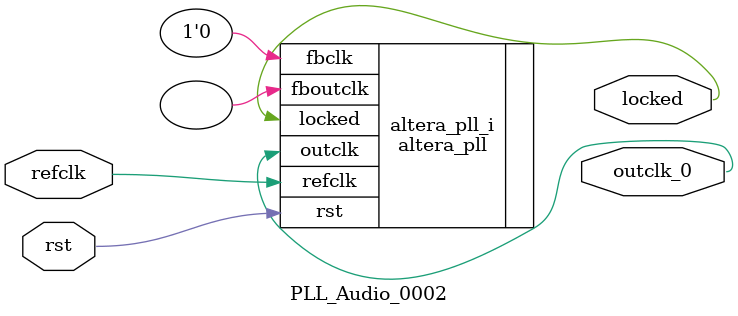
<source format=v>
`timescale 1ns/10ps
module  PLL_Audio_0002(

	// interface 'refclk'
	input wire refclk,

	// interface 'reset'
	input wire rst,

	// interface 'outclk0'
	output wire outclk_0,

	// interface 'locked'
	output wire locked
);

	altera_pll #(
		.fractional_vco_multiplier("false"),
		.reference_clock_frequency("50.0 MHz"),
		.operation_mode("direct"),
		.number_of_clocks(1),
		.output_clock_frequency0("12.500000 MHz"),
		.phase_shift0("0 ps"),
		.duty_cycle0(50),
		.output_clock_frequency1("0 MHz"),
		.phase_shift1("0 ps"),
		.duty_cycle1(50),
		.output_clock_frequency2("0 MHz"),
		.phase_shift2("0 ps"),
		.duty_cycle2(50),
		.output_clock_frequency3("0 MHz"),
		.phase_shift3("0 ps"),
		.duty_cycle3(50),
		.output_clock_frequency4("0 MHz"),
		.phase_shift4("0 ps"),
		.duty_cycle4(50),
		.output_clock_frequency5("0 MHz"),
		.phase_shift5("0 ps"),
		.duty_cycle5(50),
		.output_clock_frequency6("0 MHz"),
		.phase_shift6("0 ps"),
		.duty_cycle6(50),
		.output_clock_frequency7("0 MHz"),
		.phase_shift7("0 ps"),
		.duty_cycle7(50),
		.output_clock_frequency8("0 MHz"),
		.phase_shift8("0 ps"),
		.duty_cycle8(50),
		.output_clock_frequency9("0 MHz"),
		.phase_shift9("0 ps"),
		.duty_cycle9(50),
		.output_clock_frequency10("0 MHz"),
		.phase_shift10("0 ps"),
		.duty_cycle10(50),
		.output_clock_frequency11("0 MHz"),
		.phase_shift11("0 ps"),
		.duty_cycle11(50),
		.output_clock_frequency12("0 MHz"),
		.phase_shift12("0 ps"),
		.duty_cycle12(50),
		.output_clock_frequency13("0 MHz"),
		.phase_shift13("0 ps"),
		.duty_cycle13(50),
		.output_clock_frequency14("0 MHz"),
		.phase_shift14("0 ps"),
		.duty_cycle14(50),
		.output_clock_frequency15("0 MHz"),
		.phase_shift15("0 ps"),
		.duty_cycle15(50),
		.output_clock_frequency16("0 MHz"),
		.phase_shift16("0 ps"),
		.duty_cycle16(50),
		.output_clock_frequency17("0 MHz"),
		.phase_shift17("0 ps"),
		.duty_cycle17(50),
		.pll_type("General"),
		.pll_subtype("General")
	) altera_pll_i (
		.rst	(rst),
		.outclk	({outclk_0}),
		.locked	(locked),
		.fboutclk	( ),
		.fbclk	(1'b0),
		.refclk	(refclk)
	);
endmodule


</source>
